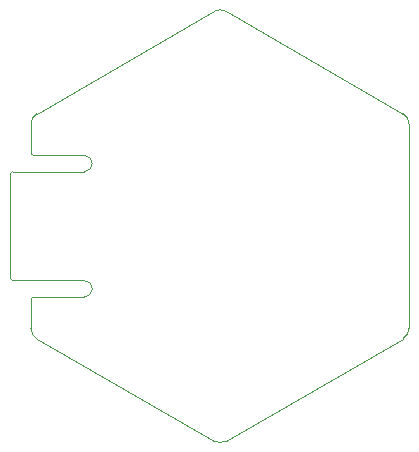
<source format=gm1>
G04 #@! TF.GenerationSoftware,KiCad,Pcbnew,8.0.2-1*
G04 #@! TF.CreationDate,2024-05-23T19:59:26+01:00*
G04 #@! TF.ProjectId,hexpansion,68657870-616e-4736-996f-6e2e6b696361,rev?*
G04 #@! TF.SameCoordinates,Original*
G04 #@! TF.FileFunction,Profile,NP*
%FSLAX46Y46*%
G04 Gerber Fmt 4.6, Leading zero omitted, Abs format (unit mm)*
G04 Created by KiCad (PCBNEW 8.0.2-1) date 2024-05-23 19:59:26*
%MOMM*%
%LPD*%
G01*
G04 APERTURE LIST*
G04 #@! TA.AperFunction,Profile*
%ADD10C,0.050000*%
G04 #@! TD*
G04 #@! TA.AperFunction,Profile*
%ADD11C,0.100000*%
G04 #@! TD*
G04 APERTURE END LIST*
D10*
X100500000Y-90473725D02*
X115499995Y-81813472D01*
X131499989Y-90473725D02*
G75*
G02*
X131999951Y-91339750I-499989J-865975D01*
G01*
D11*
X100250000Y-94000000D02*
G75*
G02*
X100000000Y-93750000I0J250000D01*
G01*
D10*
X115499995Y-81813472D02*
G75*
G02*
X116499995Y-81813472I500000J-866022D01*
G01*
X100500000Y-109526269D02*
X115499995Y-118186522D01*
X131999989Y-91339750D02*
X131999989Y-108660243D01*
X100000000Y-93750000D02*
X100000000Y-91339750D01*
X100000000Y-91339750D02*
G75*
G02*
X100500021Y-90473762I1000000J-50D01*
G01*
X100000000Y-106250000D02*
X100000000Y-108660243D01*
X116499995Y-81813472D02*
X131499989Y-90473725D01*
D11*
X100000000Y-106250000D02*
G75*
G02*
X100250000Y-106000000I250000J0D01*
G01*
D10*
X100500000Y-109526269D02*
G75*
G02*
X99999962Y-108660243I500000J866069D01*
G01*
X131999989Y-108660243D02*
G75*
G02*
X131499967Y-109526232I-999989J43D01*
G01*
X116499995Y-118186522D02*
G75*
G02*
X115499995Y-118186522I-500000J866022D01*
G01*
X116499995Y-118186522D02*
X131499989Y-109526269D01*
X98250000Y-104400000D02*
X98250000Y-95600000D01*
X104500000Y-94000000D02*
X100250000Y-94000000D01*
X104500000Y-95400000D02*
X98450000Y-95400000D01*
X104500000Y-104600000D02*
X98450000Y-104600000D01*
X104500000Y-106000000D02*
X100250000Y-106000000D01*
X98250000Y-95600000D02*
G75*
G02*
X98450000Y-95400000I200000J0D01*
G01*
X98450000Y-104600000D02*
G75*
G02*
X98250000Y-104400000I0J200000D01*
G01*
X104500000Y-94000000D02*
G75*
G02*
X105200000Y-94700000I0J-700000D01*
G01*
X104500000Y-104600000D02*
G75*
G02*
X105200000Y-105300000I0J-700000D01*
G01*
X105200000Y-94700000D02*
G75*
G02*
X104500000Y-95400000I-700000J0D01*
G01*
X105200000Y-105300000D02*
G75*
G02*
X104500000Y-106000000I-700000J0D01*
G01*
M02*

</source>
